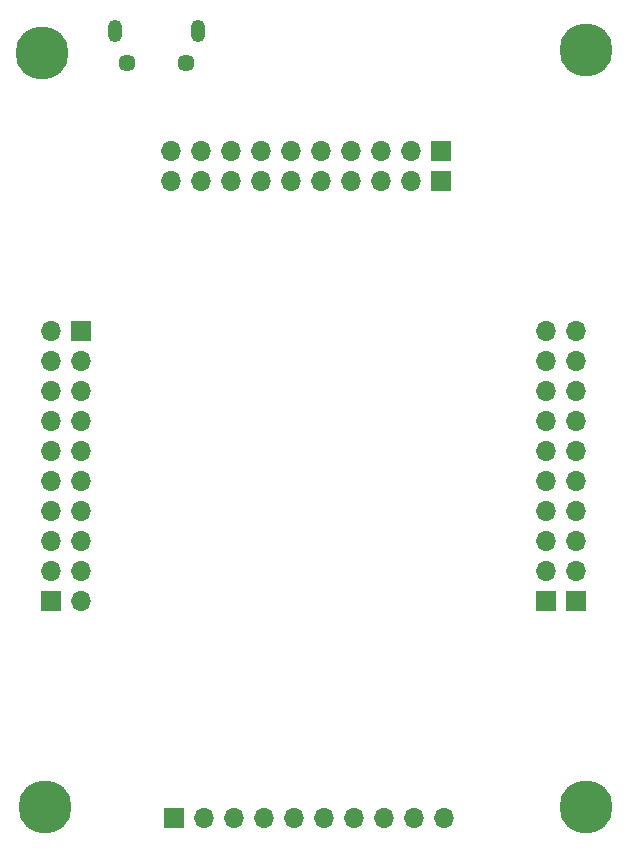
<source format=gbr>
G04 #@! TF.GenerationSoftware,KiCad,Pcbnew,(5.1.5)-3*
G04 #@! TF.CreationDate,2020-01-11T04:19:27+07:00*
G04 #@! TF.ProjectId,main,6d61696e-2e6b-4696-9361-645f70636258,1.3*
G04 #@! TF.SameCoordinates,Original*
G04 #@! TF.FileFunction,Soldermask,Bot*
G04 #@! TF.FilePolarity,Negative*
%FSLAX46Y46*%
G04 Gerber Fmt 4.6, Leading zero omitted, Abs format (unit mm)*
G04 Created by KiCad (PCBNEW (5.1.5)-3) date 2020-01-11 04:19:27*
%MOMM*%
%LPD*%
G04 APERTURE LIST*
%ADD10C,4.500000*%
%ADD11C,1.450000*%
%ADD12O,1.200000X1.900000*%
%ADD13R,1.700000X1.700000*%
%ADD14O,1.700000X1.700000*%
G04 APERTURE END LIST*
D10*
X148107400Y-125425200D03*
X102306801Y-125425200D03*
X148107400Y-61345399D03*
X102031800Y-61620400D03*
D11*
X114260000Y-62422500D03*
X109260000Y-62422500D03*
D12*
X115260000Y-59722500D03*
X108260000Y-59722500D03*
D13*
X113284000Y-126365000D03*
D14*
X115824000Y-126365000D03*
X118364000Y-126365000D03*
X120904000Y-126365000D03*
X123444000Y-126365000D03*
X125984000Y-126365000D03*
X128524000Y-126365000D03*
X131064000Y-126365000D03*
X133604000Y-126365000D03*
X136144000Y-126365000D03*
X105410000Y-107950000D03*
X105410000Y-105410000D03*
X105410000Y-102870000D03*
X105410000Y-100330000D03*
X105410000Y-97790000D03*
X105410000Y-95250000D03*
X105410000Y-92710000D03*
X105410000Y-90170000D03*
X105410000Y-87630000D03*
D13*
X105410000Y-85090000D03*
X144780000Y-107950000D03*
D14*
X144780000Y-105410000D03*
X144780000Y-102870000D03*
X144780000Y-100330000D03*
X144780000Y-97790000D03*
X144780000Y-95250000D03*
X144780000Y-92710000D03*
X144780000Y-90170000D03*
X144780000Y-87630000D03*
X144780000Y-85090000D03*
D13*
X102870000Y-107950000D03*
D14*
X102870000Y-105410000D03*
X102870000Y-102870000D03*
X102870000Y-100330000D03*
X102870000Y-97790000D03*
X102870000Y-95250000D03*
X102870000Y-92710000D03*
X102870000Y-90170000D03*
X102870000Y-87630000D03*
X102870000Y-85090000D03*
D13*
X135854000Y-69850000D03*
D14*
X133314000Y-69850000D03*
X130774000Y-69850000D03*
X128234000Y-69850000D03*
X125694000Y-69850000D03*
X123154000Y-69850000D03*
X120614000Y-69850000D03*
X118074000Y-69850000D03*
X115534000Y-69850000D03*
X112994000Y-69850000D03*
D13*
X135854000Y-72390000D03*
D14*
X133314000Y-72390000D03*
X130774000Y-72390000D03*
X128234000Y-72390000D03*
X125694000Y-72390000D03*
X123154000Y-72390000D03*
X120614000Y-72390000D03*
X118074000Y-72390000D03*
X115534000Y-72390000D03*
X112994000Y-72390000D03*
D13*
X147320000Y-107950000D03*
D14*
X147320000Y-105410000D03*
X147320000Y-102870000D03*
X147320000Y-100330000D03*
X147320000Y-97790000D03*
X147320000Y-95250000D03*
X147320000Y-92710000D03*
X147320000Y-90170000D03*
X147320000Y-87630000D03*
X147320000Y-85090000D03*
M02*

</source>
